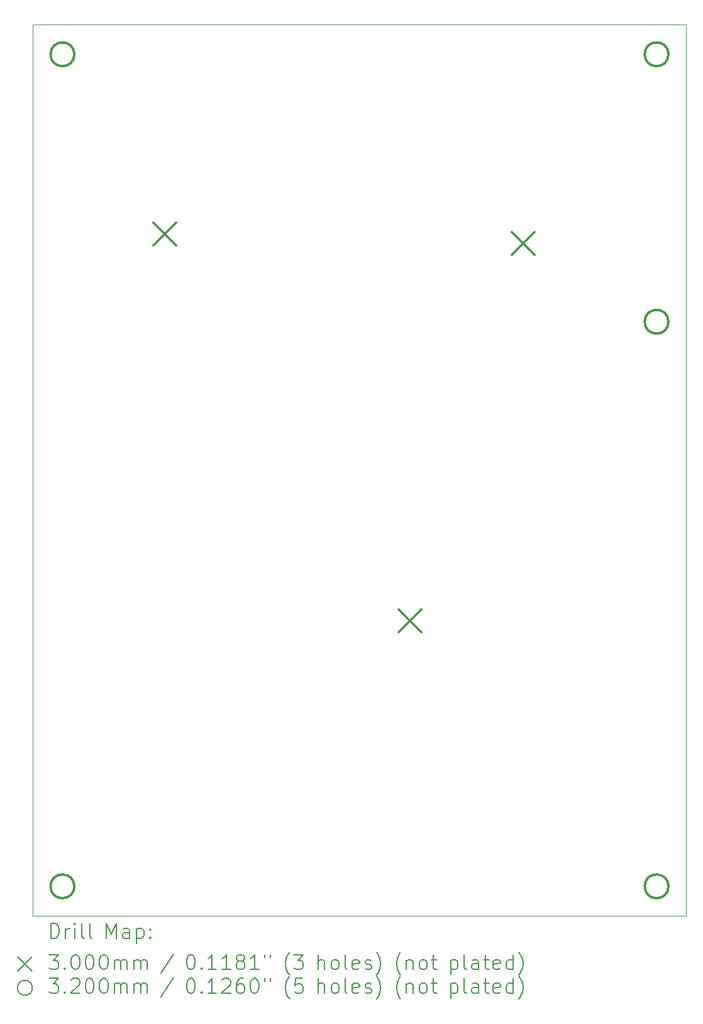
<source format=gbr>
%TF.GenerationSoftware,KiCad,Pcbnew,(7.0.0-0)*%
%TF.CreationDate,2023-07-19T10:45:20+09:00*%
%TF.ProjectId,Spct,53706374-2e6b-4696-9361-645f70636258,rev?*%
%TF.SameCoordinates,PX2540608PY1ee3f58*%
%TF.FileFunction,Drillmap*%
%TF.FilePolarity,Positive*%
%FSLAX45Y45*%
G04 Gerber Fmt 4.5, Leading zero omitted, Abs format (unit mm)*
G04 Created by KiCad (PCBNEW (7.0.0-0)) date 2023-07-19 10:45:20*
%MOMM*%
%LPD*%
G01*
G04 APERTURE LIST*
%ADD10C,0.100000*%
%ADD11C,0.200000*%
%ADD12C,0.300000*%
%ADD13C,0.320000*%
G04 APERTURE END LIST*
D10*
X0Y0D02*
X8800000Y0D01*
X8800000Y0D02*
X8800000Y-12000000D01*
X8800000Y-12000000D02*
X0Y-12000000D01*
X0Y-12000000D02*
X0Y0D01*
D11*
D12*
X1628420Y-2668800D02*
X1928420Y-2968800D01*
X1928420Y-2668800D02*
X1628420Y-2968800D01*
X4930420Y-7875800D02*
X5230420Y-8175800D01*
X5230420Y-7875800D02*
X4930420Y-8175800D01*
X6454420Y-2795800D02*
X6754420Y-3095800D01*
X6754420Y-2795800D02*
X6454420Y-3095800D01*
D13*
X560000Y-400000D02*
G75*
G03*
X560000Y-400000I-160000J0D01*
G01*
X560000Y-11600000D02*
G75*
G03*
X560000Y-11600000I-160000J0D01*
G01*
X8560000Y-400000D02*
G75*
G03*
X8560000Y-400000I-160000J0D01*
G01*
X8560000Y-4000000D02*
G75*
G03*
X8560000Y-4000000I-160000J0D01*
G01*
X8560000Y-11600000D02*
G75*
G03*
X8560000Y-11600000I-160000J0D01*
G01*
D11*
X242619Y-12298476D02*
X242619Y-12098476D01*
X242619Y-12098476D02*
X290238Y-12098476D01*
X290238Y-12098476D02*
X318810Y-12108000D01*
X318810Y-12108000D02*
X337857Y-12127048D01*
X337857Y-12127048D02*
X347381Y-12146095D01*
X347381Y-12146095D02*
X356905Y-12184190D01*
X356905Y-12184190D02*
X356905Y-12212762D01*
X356905Y-12212762D02*
X347381Y-12250857D01*
X347381Y-12250857D02*
X337857Y-12269905D01*
X337857Y-12269905D02*
X318810Y-12288952D01*
X318810Y-12288952D02*
X290238Y-12298476D01*
X290238Y-12298476D02*
X242619Y-12298476D01*
X442619Y-12298476D02*
X442619Y-12165143D01*
X442619Y-12203238D02*
X452143Y-12184190D01*
X452143Y-12184190D02*
X461667Y-12174667D01*
X461667Y-12174667D02*
X480714Y-12165143D01*
X480714Y-12165143D02*
X499762Y-12165143D01*
X566429Y-12298476D02*
X566429Y-12165143D01*
X566429Y-12098476D02*
X556905Y-12108000D01*
X556905Y-12108000D02*
X566429Y-12117524D01*
X566429Y-12117524D02*
X575952Y-12108000D01*
X575952Y-12108000D02*
X566429Y-12098476D01*
X566429Y-12098476D02*
X566429Y-12117524D01*
X690238Y-12298476D02*
X671190Y-12288952D01*
X671190Y-12288952D02*
X661667Y-12269905D01*
X661667Y-12269905D02*
X661667Y-12098476D01*
X795000Y-12298476D02*
X775952Y-12288952D01*
X775952Y-12288952D02*
X766428Y-12269905D01*
X766428Y-12269905D02*
X766428Y-12098476D01*
X991190Y-12298476D02*
X991190Y-12098476D01*
X991190Y-12098476D02*
X1057857Y-12241333D01*
X1057857Y-12241333D02*
X1124524Y-12098476D01*
X1124524Y-12098476D02*
X1124524Y-12298476D01*
X1305476Y-12298476D02*
X1305476Y-12193714D01*
X1305476Y-12193714D02*
X1295952Y-12174667D01*
X1295952Y-12174667D02*
X1276905Y-12165143D01*
X1276905Y-12165143D02*
X1238809Y-12165143D01*
X1238809Y-12165143D02*
X1219762Y-12174667D01*
X1305476Y-12288952D02*
X1286429Y-12298476D01*
X1286429Y-12298476D02*
X1238809Y-12298476D01*
X1238809Y-12298476D02*
X1219762Y-12288952D01*
X1219762Y-12288952D02*
X1210238Y-12269905D01*
X1210238Y-12269905D02*
X1210238Y-12250857D01*
X1210238Y-12250857D02*
X1219762Y-12231809D01*
X1219762Y-12231809D02*
X1238809Y-12222286D01*
X1238809Y-12222286D02*
X1286429Y-12222286D01*
X1286429Y-12222286D02*
X1305476Y-12212762D01*
X1400714Y-12165143D02*
X1400714Y-12365143D01*
X1400714Y-12174667D02*
X1419762Y-12165143D01*
X1419762Y-12165143D02*
X1457857Y-12165143D01*
X1457857Y-12165143D02*
X1476905Y-12174667D01*
X1476905Y-12174667D02*
X1486428Y-12184190D01*
X1486428Y-12184190D02*
X1495952Y-12203238D01*
X1495952Y-12203238D02*
X1495952Y-12260381D01*
X1495952Y-12260381D02*
X1486428Y-12279428D01*
X1486428Y-12279428D02*
X1476905Y-12288952D01*
X1476905Y-12288952D02*
X1457857Y-12298476D01*
X1457857Y-12298476D02*
X1419762Y-12298476D01*
X1419762Y-12298476D02*
X1400714Y-12288952D01*
X1581667Y-12279428D02*
X1591190Y-12288952D01*
X1591190Y-12288952D02*
X1581667Y-12298476D01*
X1581667Y-12298476D02*
X1572143Y-12288952D01*
X1572143Y-12288952D02*
X1581667Y-12279428D01*
X1581667Y-12279428D02*
X1581667Y-12298476D01*
X1581667Y-12174667D02*
X1591190Y-12184190D01*
X1591190Y-12184190D02*
X1581667Y-12193714D01*
X1581667Y-12193714D02*
X1572143Y-12184190D01*
X1572143Y-12184190D02*
X1581667Y-12174667D01*
X1581667Y-12174667D02*
X1581667Y-12193714D01*
X-205000Y-12545000D02*
X-5000Y-12745000D01*
X-5000Y-12545000D02*
X-205000Y-12745000D01*
X223571Y-12518476D02*
X347381Y-12518476D01*
X347381Y-12518476D02*
X280714Y-12594667D01*
X280714Y-12594667D02*
X309286Y-12594667D01*
X309286Y-12594667D02*
X328333Y-12604190D01*
X328333Y-12604190D02*
X337857Y-12613714D01*
X337857Y-12613714D02*
X347381Y-12632762D01*
X347381Y-12632762D02*
X347381Y-12680381D01*
X347381Y-12680381D02*
X337857Y-12699428D01*
X337857Y-12699428D02*
X328333Y-12708952D01*
X328333Y-12708952D02*
X309286Y-12718476D01*
X309286Y-12718476D02*
X252143Y-12718476D01*
X252143Y-12718476D02*
X233095Y-12708952D01*
X233095Y-12708952D02*
X223571Y-12699428D01*
X433095Y-12699428D02*
X442619Y-12708952D01*
X442619Y-12708952D02*
X433095Y-12718476D01*
X433095Y-12718476D02*
X423571Y-12708952D01*
X423571Y-12708952D02*
X433095Y-12699428D01*
X433095Y-12699428D02*
X433095Y-12718476D01*
X566429Y-12518476D02*
X585476Y-12518476D01*
X585476Y-12518476D02*
X604524Y-12528000D01*
X604524Y-12528000D02*
X614048Y-12537524D01*
X614048Y-12537524D02*
X623571Y-12556571D01*
X623571Y-12556571D02*
X633095Y-12594667D01*
X633095Y-12594667D02*
X633095Y-12642286D01*
X633095Y-12642286D02*
X623571Y-12680381D01*
X623571Y-12680381D02*
X614048Y-12699428D01*
X614048Y-12699428D02*
X604524Y-12708952D01*
X604524Y-12708952D02*
X585476Y-12718476D01*
X585476Y-12718476D02*
X566429Y-12718476D01*
X566429Y-12718476D02*
X547381Y-12708952D01*
X547381Y-12708952D02*
X537857Y-12699428D01*
X537857Y-12699428D02*
X528333Y-12680381D01*
X528333Y-12680381D02*
X518809Y-12642286D01*
X518809Y-12642286D02*
X518809Y-12594667D01*
X518809Y-12594667D02*
X528333Y-12556571D01*
X528333Y-12556571D02*
X537857Y-12537524D01*
X537857Y-12537524D02*
X547381Y-12528000D01*
X547381Y-12528000D02*
X566429Y-12518476D01*
X756905Y-12518476D02*
X775952Y-12518476D01*
X775952Y-12518476D02*
X795000Y-12528000D01*
X795000Y-12528000D02*
X804524Y-12537524D01*
X804524Y-12537524D02*
X814048Y-12556571D01*
X814048Y-12556571D02*
X823571Y-12594667D01*
X823571Y-12594667D02*
X823571Y-12642286D01*
X823571Y-12642286D02*
X814048Y-12680381D01*
X814048Y-12680381D02*
X804524Y-12699428D01*
X804524Y-12699428D02*
X795000Y-12708952D01*
X795000Y-12708952D02*
X775952Y-12718476D01*
X775952Y-12718476D02*
X756905Y-12718476D01*
X756905Y-12718476D02*
X737857Y-12708952D01*
X737857Y-12708952D02*
X728333Y-12699428D01*
X728333Y-12699428D02*
X718809Y-12680381D01*
X718809Y-12680381D02*
X709286Y-12642286D01*
X709286Y-12642286D02*
X709286Y-12594667D01*
X709286Y-12594667D02*
X718809Y-12556571D01*
X718809Y-12556571D02*
X728333Y-12537524D01*
X728333Y-12537524D02*
X737857Y-12528000D01*
X737857Y-12528000D02*
X756905Y-12518476D01*
X947381Y-12518476D02*
X966429Y-12518476D01*
X966429Y-12518476D02*
X985476Y-12528000D01*
X985476Y-12528000D02*
X995000Y-12537524D01*
X995000Y-12537524D02*
X1004524Y-12556571D01*
X1004524Y-12556571D02*
X1014048Y-12594667D01*
X1014048Y-12594667D02*
X1014048Y-12642286D01*
X1014048Y-12642286D02*
X1004524Y-12680381D01*
X1004524Y-12680381D02*
X995000Y-12699428D01*
X995000Y-12699428D02*
X985476Y-12708952D01*
X985476Y-12708952D02*
X966429Y-12718476D01*
X966429Y-12718476D02*
X947381Y-12718476D01*
X947381Y-12718476D02*
X928333Y-12708952D01*
X928333Y-12708952D02*
X918809Y-12699428D01*
X918809Y-12699428D02*
X909286Y-12680381D01*
X909286Y-12680381D02*
X899762Y-12642286D01*
X899762Y-12642286D02*
X899762Y-12594667D01*
X899762Y-12594667D02*
X909286Y-12556571D01*
X909286Y-12556571D02*
X918809Y-12537524D01*
X918809Y-12537524D02*
X928333Y-12528000D01*
X928333Y-12528000D02*
X947381Y-12518476D01*
X1099762Y-12718476D02*
X1099762Y-12585143D01*
X1099762Y-12604190D02*
X1109286Y-12594667D01*
X1109286Y-12594667D02*
X1128333Y-12585143D01*
X1128333Y-12585143D02*
X1156905Y-12585143D01*
X1156905Y-12585143D02*
X1175952Y-12594667D01*
X1175952Y-12594667D02*
X1185476Y-12613714D01*
X1185476Y-12613714D02*
X1185476Y-12718476D01*
X1185476Y-12613714D02*
X1195000Y-12594667D01*
X1195000Y-12594667D02*
X1214048Y-12585143D01*
X1214048Y-12585143D02*
X1242619Y-12585143D01*
X1242619Y-12585143D02*
X1261667Y-12594667D01*
X1261667Y-12594667D02*
X1271191Y-12613714D01*
X1271191Y-12613714D02*
X1271191Y-12718476D01*
X1366429Y-12718476D02*
X1366429Y-12585143D01*
X1366429Y-12604190D02*
X1375952Y-12594667D01*
X1375952Y-12594667D02*
X1395000Y-12585143D01*
X1395000Y-12585143D02*
X1423571Y-12585143D01*
X1423571Y-12585143D02*
X1442619Y-12594667D01*
X1442619Y-12594667D02*
X1452143Y-12613714D01*
X1452143Y-12613714D02*
X1452143Y-12718476D01*
X1452143Y-12613714D02*
X1461667Y-12594667D01*
X1461667Y-12594667D02*
X1480714Y-12585143D01*
X1480714Y-12585143D02*
X1509286Y-12585143D01*
X1509286Y-12585143D02*
X1528333Y-12594667D01*
X1528333Y-12594667D02*
X1537857Y-12613714D01*
X1537857Y-12613714D02*
X1537857Y-12718476D01*
X1895952Y-12508952D02*
X1724524Y-12766095D01*
X2120714Y-12518476D02*
X2139762Y-12518476D01*
X2139762Y-12518476D02*
X2158810Y-12528000D01*
X2158810Y-12528000D02*
X2168333Y-12537524D01*
X2168333Y-12537524D02*
X2177857Y-12556571D01*
X2177857Y-12556571D02*
X2187381Y-12594667D01*
X2187381Y-12594667D02*
X2187381Y-12642286D01*
X2187381Y-12642286D02*
X2177857Y-12680381D01*
X2177857Y-12680381D02*
X2168333Y-12699428D01*
X2168333Y-12699428D02*
X2158810Y-12708952D01*
X2158810Y-12708952D02*
X2139762Y-12718476D01*
X2139762Y-12718476D02*
X2120714Y-12718476D01*
X2120714Y-12718476D02*
X2101667Y-12708952D01*
X2101667Y-12708952D02*
X2092143Y-12699428D01*
X2092143Y-12699428D02*
X2082619Y-12680381D01*
X2082619Y-12680381D02*
X2073095Y-12642286D01*
X2073095Y-12642286D02*
X2073095Y-12594667D01*
X2073095Y-12594667D02*
X2082619Y-12556571D01*
X2082619Y-12556571D02*
X2092143Y-12537524D01*
X2092143Y-12537524D02*
X2101667Y-12528000D01*
X2101667Y-12528000D02*
X2120714Y-12518476D01*
X2273095Y-12699428D02*
X2282619Y-12708952D01*
X2282619Y-12708952D02*
X2273095Y-12718476D01*
X2273095Y-12718476D02*
X2263572Y-12708952D01*
X2263572Y-12708952D02*
X2273095Y-12699428D01*
X2273095Y-12699428D02*
X2273095Y-12718476D01*
X2473095Y-12718476D02*
X2358810Y-12718476D01*
X2415952Y-12718476D02*
X2415952Y-12518476D01*
X2415952Y-12518476D02*
X2396905Y-12547048D01*
X2396905Y-12547048D02*
X2377857Y-12566095D01*
X2377857Y-12566095D02*
X2358810Y-12575619D01*
X2663572Y-12718476D02*
X2549286Y-12718476D01*
X2606429Y-12718476D02*
X2606429Y-12518476D01*
X2606429Y-12518476D02*
X2587381Y-12547048D01*
X2587381Y-12547048D02*
X2568333Y-12566095D01*
X2568333Y-12566095D02*
X2549286Y-12575619D01*
X2777857Y-12604190D02*
X2758810Y-12594667D01*
X2758810Y-12594667D02*
X2749286Y-12585143D01*
X2749286Y-12585143D02*
X2739762Y-12566095D01*
X2739762Y-12566095D02*
X2739762Y-12556571D01*
X2739762Y-12556571D02*
X2749286Y-12537524D01*
X2749286Y-12537524D02*
X2758810Y-12528000D01*
X2758810Y-12528000D02*
X2777857Y-12518476D01*
X2777857Y-12518476D02*
X2815952Y-12518476D01*
X2815952Y-12518476D02*
X2835000Y-12528000D01*
X2835000Y-12528000D02*
X2844524Y-12537524D01*
X2844524Y-12537524D02*
X2854048Y-12556571D01*
X2854048Y-12556571D02*
X2854048Y-12566095D01*
X2854048Y-12566095D02*
X2844524Y-12585143D01*
X2844524Y-12585143D02*
X2835000Y-12594667D01*
X2835000Y-12594667D02*
X2815952Y-12604190D01*
X2815952Y-12604190D02*
X2777857Y-12604190D01*
X2777857Y-12604190D02*
X2758810Y-12613714D01*
X2758810Y-12613714D02*
X2749286Y-12623238D01*
X2749286Y-12623238D02*
X2739762Y-12642286D01*
X2739762Y-12642286D02*
X2739762Y-12680381D01*
X2739762Y-12680381D02*
X2749286Y-12699428D01*
X2749286Y-12699428D02*
X2758810Y-12708952D01*
X2758810Y-12708952D02*
X2777857Y-12718476D01*
X2777857Y-12718476D02*
X2815952Y-12718476D01*
X2815952Y-12718476D02*
X2835000Y-12708952D01*
X2835000Y-12708952D02*
X2844524Y-12699428D01*
X2844524Y-12699428D02*
X2854048Y-12680381D01*
X2854048Y-12680381D02*
X2854048Y-12642286D01*
X2854048Y-12642286D02*
X2844524Y-12623238D01*
X2844524Y-12623238D02*
X2835000Y-12613714D01*
X2835000Y-12613714D02*
X2815952Y-12604190D01*
X3044524Y-12718476D02*
X2930238Y-12718476D01*
X2987381Y-12718476D02*
X2987381Y-12518476D01*
X2987381Y-12518476D02*
X2968333Y-12547048D01*
X2968333Y-12547048D02*
X2949286Y-12566095D01*
X2949286Y-12566095D02*
X2930238Y-12575619D01*
X3120714Y-12518476D02*
X3120714Y-12556571D01*
X3196905Y-12518476D02*
X3196905Y-12556571D01*
X3459762Y-12794667D02*
X3450238Y-12785143D01*
X3450238Y-12785143D02*
X3431191Y-12756571D01*
X3431191Y-12756571D02*
X3421667Y-12737524D01*
X3421667Y-12737524D02*
X3412143Y-12708952D01*
X3412143Y-12708952D02*
X3402619Y-12661333D01*
X3402619Y-12661333D02*
X3402619Y-12623238D01*
X3402619Y-12623238D02*
X3412143Y-12575619D01*
X3412143Y-12575619D02*
X3421667Y-12547048D01*
X3421667Y-12547048D02*
X3431191Y-12528000D01*
X3431191Y-12528000D02*
X3450238Y-12499428D01*
X3450238Y-12499428D02*
X3459762Y-12489905D01*
X3516905Y-12518476D02*
X3640714Y-12518476D01*
X3640714Y-12518476D02*
X3574048Y-12594667D01*
X3574048Y-12594667D02*
X3602619Y-12594667D01*
X3602619Y-12594667D02*
X3621667Y-12604190D01*
X3621667Y-12604190D02*
X3631191Y-12613714D01*
X3631191Y-12613714D02*
X3640714Y-12632762D01*
X3640714Y-12632762D02*
X3640714Y-12680381D01*
X3640714Y-12680381D02*
X3631191Y-12699428D01*
X3631191Y-12699428D02*
X3621667Y-12708952D01*
X3621667Y-12708952D02*
X3602619Y-12718476D01*
X3602619Y-12718476D02*
X3545476Y-12718476D01*
X3545476Y-12718476D02*
X3526429Y-12708952D01*
X3526429Y-12708952D02*
X3516905Y-12699428D01*
X3846429Y-12718476D02*
X3846429Y-12518476D01*
X3932143Y-12718476D02*
X3932143Y-12613714D01*
X3932143Y-12613714D02*
X3922619Y-12594667D01*
X3922619Y-12594667D02*
X3903572Y-12585143D01*
X3903572Y-12585143D02*
X3875000Y-12585143D01*
X3875000Y-12585143D02*
X3855952Y-12594667D01*
X3855952Y-12594667D02*
X3846429Y-12604190D01*
X4055952Y-12718476D02*
X4036905Y-12708952D01*
X4036905Y-12708952D02*
X4027381Y-12699428D01*
X4027381Y-12699428D02*
X4017857Y-12680381D01*
X4017857Y-12680381D02*
X4017857Y-12623238D01*
X4017857Y-12623238D02*
X4027381Y-12604190D01*
X4027381Y-12604190D02*
X4036905Y-12594667D01*
X4036905Y-12594667D02*
X4055952Y-12585143D01*
X4055952Y-12585143D02*
X4084524Y-12585143D01*
X4084524Y-12585143D02*
X4103572Y-12594667D01*
X4103572Y-12594667D02*
X4113095Y-12604190D01*
X4113095Y-12604190D02*
X4122619Y-12623238D01*
X4122619Y-12623238D02*
X4122619Y-12680381D01*
X4122619Y-12680381D02*
X4113095Y-12699428D01*
X4113095Y-12699428D02*
X4103572Y-12708952D01*
X4103572Y-12708952D02*
X4084524Y-12718476D01*
X4084524Y-12718476D02*
X4055952Y-12718476D01*
X4236905Y-12718476D02*
X4217857Y-12708952D01*
X4217857Y-12708952D02*
X4208334Y-12689905D01*
X4208334Y-12689905D02*
X4208334Y-12518476D01*
X4389286Y-12708952D02*
X4370238Y-12718476D01*
X4370238Y-12718476D02*
X4332143Y-12718476D01*
X4332143Y-12718476D02*
X4313095Y-12708952D01*
X4313095Y-12708952D02*
X4303572Y-12689905D01*
X4303572Y-12689905D02*
X4303572Y-12613714D01*
X4303572Y-12613714D02*
X4313095Y-12594667D01*
X4313095Y-12594667D02*
X4332143Y-12585143D01*
X4332143Y-12585143D02*
X4370238Y-12585143D01*
X4370238Y-12585143D02*
X4389286Y-12594667D01*
X4389286Y-12594667D02*
X4398810Y-12613714D01*
X4398810Y-12613714D02*
X4398810Y-12632762D01*
X4398810Y-12632762D02*
X4303572Y-12651809D01*
X4475000Y-12708952D02*
X4494048Y-12718476D01*
X4494048Y-12718476D02*
X4532143Y-12718476D01*
X4532143Y-12718476D02*
X4551191Y-12708952D01*
X4551191Y-12708952D02*
X4560715Y-12689905D01*
X4560715Y-12689905D02*
X4560715Y-12680381D01*
X4560715Y-12680381D02*
X4551191Y-12661333D01*
X4551191Y-12661333D02*
X4532143Y-12651809D01*
X4532143Y-12651809D02*
X4503572Y-12651809D01*
X4503572Y-12651809D02*
X4484524Y-12642286D01*
X4484524Y-12642286D02*
X4475000Y-12623238D01*
X4475000Y-12623238D02*
X4475000Y-12613714D01*
X4475000Y-12613714D02*
X4484524Y-12594667D01*
X4484524Y-12594667D02*
X4503572Y-12585143D01*
X4503572Y-12585143D02*
X4532143Y-12585143D01*
X4532143Y-12585143D02*
X4551191Y-12594667D01*
X4627381Y-12794667D02*
X4636905Y-12785143D01*
X4636905Y-12785143D02*
X4655953Y-12756571D01*
X4655953Y-12756571D02*
X4665476Y-12737524D01*
X4665476Y-12737524D02*
X4675000Y-12708952D01*
X4675000Y-12708952D02*
X4684524Y-12661333D01*
X4684524Y-12661333D02*
X4684524Y-12623238D01*
X4684524Y-12623238D02*
X4675000Y-12575619D01*
X4675000Y-12575619D02*
X4665476Y-12547048D01*
X4665476Y-12547048D02*
X4655953Y-12528000D01*
X4655953Y-12528000D02*
X4636905Y-12499428D01*
X4636905Y-12499428D02*
X4627381Y-12489905D01*
X4956905Y-12794667D02*
X4947381Y-12785143D01*
X4947381Y-12785143D02*
X4928334Y-12756571D01*
X4928334Y-12756571D02*
X4918810Y-12737524D01*
X4918810Y-12737524D02*
X4909286Y-12708952D01*
X4909286Y-12708952D02*
X4899762Y-12661333D01*
X4899762Y-12661333D02*
X4899762Y-12623238D01*
X4899762Y-12623238D02*
X4909286Y-12575619D01*
X4909286Y-12575619D02*
X4918810Y-12547048D01*
X4918810Y-12547048D02*
X4928334Y-12528000D01*
X4928334Y-12528000D02*
X4947381Y-12499428D01*
X4947381Y-12499428D02*
X4956905Y-12489905D01*
X5033095Y-12585143D02*
X5033095Y-12718476D01*
X5033095Y-12604190D02*
X5042619Y-12594667D01*
X5042619Y-12594667D02*
X5061667Y-12585143D01*
X5061667Y-12585143D02*
X5090238Y-12585143D01*
X5090238Y-12585143D02*
X5109286Y-12594667D01*
X5109286Y-12594667D02*
X5118810Y-12613714D01*
X5118810Y-12613714D02*
X5118810Y-12718476D01*
X5242619Y-12718476D02*
X5223572Y-12708952D01*
X5223572Y-12708952D02*
X5214048Y-12699428D01*
X5214048Y-12699428D02*
X5204524Y-12680381D01*
X5204524Y-12680381D02*
X5204524Y-12623238D01*
X5204524Y-12623238D02*
X5214048Y-12604190D01*
X5214048Y-12604190D02*
X5223572Y-12594667D01*
X5223572Y-12594667D02*
X5242619Y-12585143D01*
X5242619Y-12585143D02*
X5271191Y-12585143D01*
X5271191Y-12585143D02*
X5290238Y-12594667D01*
X5290238Y-12594667D02*
X5299762Y-12604190D01*
X5299762Y-12604190D02*
X5309286Y-12623238D01*
X5309286Y-12623238D02*
X5309286Y-12680381D01*
X5309286Y-12680381D02*
X5299762Y-12699428D01*
X5299762Y-12699428D02*
X5290238Y-12708952D01*
X5290238Y-12708952D02*
X5271191Y-12718476D01*
X5271191Y-12718476D02*
X5242619Y-12718476D01*
X5366429Y-12585143D02*
X5442619Y-12585143D01*
X5395000Y-12518476D02*
X5395000Y-12689905D01*
X5395000Y-12689905D02*
X5404524Y-12708952D01*
X5404524Y-12708952D02*
X5423572Y-12718476D01*
X5423572Y-12718476D02*
X5442619Y-12718476D01*
X5629286Y-12585143D02*
X5629286Y-12785143D01*
X5629286Y-12594667D02*
X5648333Y-12585143D01*
X5648333Y-12585143D02*
X5686429Y-12585143D01*
X5686429Y-12585143D02*
X5705476Y-12594667D01*
X5705476Y-12594667D02*
X5715000Y-12604190D01*
X5715000Y-12604190D02*
X5724524Y-12623238D01*
X5724524Y-12623238D02*
X5724524Y-12680381D01*
X5724524Y-12680381D02*
X5715000Y-12699428D01*
X5715000Y-12699428D02*
X5705476Y-12708952D01*
X5705476Y-12708952D02*
X5686429Y-12718476D01*
X5686429Y-12718476D02*
X5648333Y-12718476D01*
X5648333Y-12718476D02*
X5629286Y-12708952D01*
X5838810Y-12718476D02*
X5819762Y-12708952D01*
X5819762Y-12708952D02*
X5810238Y-12689905D01*
X5810238Y-12689905D02*
X5810238Y-12518476D01*
X6000714Y-12718476D02*
X6000714Y-12613714D01*
X6000714Y-12613714D02*
X5991191Y-12594667D01*
X5991191Y-12594667D02*
X5972143Y-12585143D01*
X5972143Y-12585143D02*
X5934048Y-12585143D01*
X5934048Y-12585143D02*
X5915000Y-12594667D01*
X6000714Y-12708952D02*
X5981667Y-12718476D01*
X5981667Y-12718476D02*
X5934048Y-12718476D01*
X5934048Y-12718476D02*
X5915000Y-12708952D01*
X5915000Y-12708952D02*
X5905476Y-12689905D01*
X5905476Y-12689905D02*
X5905476Y-12670857D01*
X5905476Y-12670857D02*
X5915000Y-12651809D01*
X5915000Y-12651809D02*
X5934048Y-12642286D01*
X5934048Y-12642286D02*
X5981667Y-12642286D01*
X5981667Y-12642286D02*
X6000714Y-12632762D01*
X6067381Y-12585143D02*
X6143572Y-12585143D01*
X6095953Y-12518476D02*
X6095953Y-12689905D01*
X6095953Y-12689905D02*
X6105476Y-12708952D01*
X6105476Y-12708952D02*
X6124524Y-12718476D01*
X6124524Y-12718476D02*
X6143572Y-12718476D01*
X6286429Y-12708952D02*
X6267381Y-12718476D01*
X6267381Y-12718476D02*
X6229286Y-12718476D01*
X6229286Y-12718476D02*
X6210238Y-12708952D01*
X6210238Y-12708952D02*
X6200714Y-12689905D01*
X6200714Y-12689905D02*
X6200714Y-12613714D01*
X6200714Y-12613714D02*
X6210238Y-12594667D01*
X6210238Y-12594667D02*
X6229286Y-12585143D01*
X6229286Y-12585143D02*
X6267381Y-12585143D01*
X6267381Y-12585143D02*
X6286429Y-12594667D01*
X6286429Y-12594667D02*
X6295953Y-12613714D01*
X6295953Y-12613714D02*
X6295953Y-12632762D01*
X6295953Y-12632762D02*
X6200714Y-12651809D01*
X6467381Y-12718476D02*
X6467381Y-12518476D01*
X6467381Y-12708952D02*
X6448334Y-12718476D01*
X6448334Y-12718476D02*
X6410238Y-12718476D01*
X6410238Y-12718476D02*
X6391191Y-12708952D01*
X6391191Y-12708952D02*
X6381667Y-12699428D01*
X6381667Y-12699428D02*
X6372143Y-12680381D01*
X6372143Y-12680381D02*
X6372143Y-12623238D01*
X6372143Y-12623238D02*
X6381667Y-12604190D01*
X6381667Y-12604190D02*
X6391191Y-12594667D01*
X6391191Y-12594667D02*
X6410238Y-12585143D01*
X6410238Y-12585143D02*
X6448334Y-12585143D01*
X6448334Y-12585143D02*
X6467381Y-12594667D01*
X6543572Y-12794667D02*
X6553095Y-12785143D01*
X6553095Y-12785143D02*
X6572143Y-12756571D01*
X6572143Y-12756571D02*
X6581667Y-12737524D01*
X6581667Y-12737524D02*
X6591191Y-12708952D01*
X6591191Y-12708952D02*
X6600714Y-12661333D01*
X6600714Y-12661333D02*
X6600714Y-12623238D01*
X6600714Y-12623238D02*
X6591191Y-12575619D01*
X6591191Y-12575619D02*
X6581667Y-12547048D01*
X6581667Y-12547048D02*
X6572143Y-12528000D01*
X6572143Y-12528000D02*
X6553095Y-12499428D01*
X6553095Y-12499428D02*
X6543572Y-12489905D01*
X-5000Y-12965000D02*
G75*
G03*
X-5000Y-12965000I-100000J0D01*
G01*
X223571Y-12838476D02*
X347381Y-12838476D01*
X347381Y-12838476D02*
X280714Y-12914667D01*
X280714Y-12914667D02*
X309286Y-12914667D01*
X309286Y-12914667D02*
X328333Y-12924190D01*
X328333Y-12924190D02*
X337857Y-12933714D01*
X337857Y-12933714D02*
X347381Y-12952762D01*
X347381Y-12952762D02*
X347381Y-13000381D01*
X347381Y-13000381D02*
X337857Y-13019428D01*
X337857Y-13019428D02*
X328333Y-13028952D01*
X328333Y-13028952D02*
X309286Y-13038476D01*
X309286Y-13038476D02*
X252143Y-13038476D01*
X252143Y-13038476D02*
X233095Y-13028952D01*
X233095Y-13028952D02*
X223571Y-13019428D01*
X433095Y-13019428D02*
X442619Y-13028952D01*
X442619Y-13028952D02*
X433095Y-13038476D01*
X433095Y-13038476D02*
X423571Y-13028952D01*
X423571Y-13028952D02*
X433095Y-13019428D01*
X433095Y-13019428D02*
X433095Y-13038476D01*
X518809Y-12857524D02*
X528333Y-12848000D01*
X528333Y-12848000D02*
X547381Y-12838476D01*
X547381Y-12838476D02*
X595000Y-12838476D01*
X595000Y-12838476D02*
X614048Y-12848000D01*
X614048Y-12848000D02*
X623571Y-12857524D01*
X623571Y-12857524D02*
X633095Y-12876571D01*
X633095Y-12876571D02*
X633095Y-12895619D01*
X633095Y-12895619D02*
X623571Y-12924190D01*
X623571Y-12924190D02*
X509286Y-13038476D01*
X509286Y-13038476D02*
X633095Y-13038476D01*
X756905Y-12838476D02*
X775952Y-12838476D01*
X775952Y-12838476D02*
X795000Y-12848000D01*
X795000Y-12848000D02*
X804524Y-12857524D01*
X804524Y-12857524D02*
X814048Y-12876571D01*
X814048Y-12876571D02*
X823571Y-12914667D01*
X823571Y-12914667D02*
X823571Y-12962286D01*
X823571Y-12962286D02*
X814048Y-13000381D01*
X814048Y-13000381D02*
X804524Y-13019428D01*
X804524Y-13019428D02*
X795000Y-13028952D01*
X795000Y-13028952D02*
X775952Y-13038476D01*
X775952Y-13038476D02*
X756905Y-13038476D01*
X756905Y-13038476D02*
X737857Y-13028952D01*
X737857Y-13028952D02*
X728333Y-13019428D01*
X728333Y-13019428D02*
X718809Y-13000381D01*
X718809Y-13000381D02*
X709286Y-12962286D01*
X709286Y-12962286D02*
X709286Y-12914667D01*
X709286Y-12914667D02*
X718809Y-12876571D01*
X718809Y-12876571D02*
X728333Y-12857524D01*
X728333Y-12857524D02*
X737857Y-12848000D01*
X737857Y-12848000D02*
X756905Y-12838476D01*
X947381Y-12838476D02*
X966429Y-12838476D01*
X966429Y-12838476D02*
X985476Y-12848000D01*
X985476Y-12848000D02*
X995000Y-12857524D01*
X995000Y-12857524D02*
X1004524Y-12876571D01*
X1004524Y-12876571D02*
X1014048Y-12914667D01*
X1014048Y-12914667D02*
X1014048Y-12962286D01*
X1014048Y-12962286D02*
X1004524Y-13000381D01*
X1004524Y-13000381D02*
X995000Y-13019428D01*
X995000Y-13019428D02*
X985476Y-13028952D01*
X985476Y-13028952D02*
X966429Y-13038476D01*
X966429Y-13038476D02*
X947381Y-13038476D01*
X947381Y-13038476D02*
X928333Y-13028952D01*
X928333Y-13028952D02*
X918809Y-13019428D01*
X918809Y-13019428D02*
X909286Y-13000381D01*
X909286Y-13000381D02*
X899762Y-12962286D01*
X899762Y-12962286D02*
X899762Y-12914667D01*
X899762Y-12914667D02*
X909286Y-12876571D01*
X909286Y-12876571D02*
X918809Y-12857524D01*
X918809Y-12857524D02*
X928333Y-12848000D01*
X928333Y-12848000D02*
X947381Y-12838476D01*
X1099762Y-13038476D02*
X1099762Y-12905143D01*
X1099762Y-12924190D02*
X1109286Y-12914667D01*
X1109286Y-12914667D02*
X1128333Y-12905143D01*
X1128333Y-12905143D02*
X1156905Y-12905143D01*
X1156905Y-12905143D02*
X1175952Y-12914667D01*
X1175952Y-12914667D02*
X1185476Y-12933714D01*
X1185476Y-12933714D02*
X1185476Y-13038476D01*
X1185476Y-12933714D02*
X1195000Y-12914667D01*
X1195000Y-12914667D02*
X1214048Y-12905143D01*
X1214048Y-12905143D02*
X1242619Y-12905143D01*
X1242619Y-12905143D02*
X1261667Y-12914667D01*
X1261667Y-12914667D02*
X1271191Y-12933714D01*
X1271191Y-12933714D02*
X1271191Y-13038476D01*
X1366429Y-13038476D02*
X1366429Y-12905143D01*
X1366429Y-12924190D02*
X1375952Y-12914667D01*
X1375952Y-12914667D02*
X1395000Y-12905143D01*
X1395000Y-12905143D02*
X1423571Y-12905143D01*
X1423571Y-12905143D02*
X1442619Y-12914667D01*
X1442619Y-12914667D02*
X1452143Y-12933714D01*
X1452143Y-12933714D02*
X1452143Y-13038476D01*
X1452143Y-12933714D02*
X1461667Y-12914667D01*
X1461667Y-12914667D02*
X1480714Y-12905143D01*
X1480714Y-12905143D02*
X1509286Y-12905143D01*
X1509286Y-12905143D02*
X1528333Y-12914667D01*
X1528333Y-12914667D02*
X1537857Y-12933714D01*
X1537857Y-12933714D02*
X1537857Y-13038476D01*
X1895952Y-12828952D02*
X1724524Y-13086095D01*
X2120714Y-12838476D02*
X2139762Y-12838476D01*
X2139762Y-12838476D02*
X2158810Y-12848000D01*
X2158810Y-12848000D02*
X2168333Y-12857524D01*
X2168333Y-12857524D02*
X2177857Y-12876571D01*
X2177857Y-12876571D02*
X2187381Y-12914667D01*
X2187381Y-12914667D02*
X2187381Y-12962286D01*
X2187381Y-12962286D02*
X2177857Y-13000381D01*
X2177857Y-13000381D02*
X2168333Y-13019428D01*
X2168333Y-13019428D02*
X2158810Y-13028952D01*
X2158810Y-13028952D02*
X2139762Y-13038476D01*
X2139762Y-13038476D02*
X2120714Y-13038476D01*
X2120714Y-13038476D02*
X2101667Y-13028952D01*
X2101667Y-13028952D02*
X2092143Y-13019428D01*
X2092143Y-13019428D02*
X2082619Y-13000381D01*
X2082619Y-13000381D02*
X2073095Y-12962286D01*
X2073095Y-12962286D02*
X2073095Y-12914667D01*
X2073095Y-12914667D02*
X2082619Y-12876571D01*
X2082619Y-12876571D02*
X2092143Y-12857524D01*
X2092143Y-12857524D02*
X2101667Y-12848000D01*
X2101667Y-12848000D02*
X2120714Y-12838476D01*
X2273095Y-13019428D02*
X2282619Y-13028952D01*
X2282619Y-13028952D02*
X2273095Y-13038476D01*
X2273095Y-13038476D02*
X2263572Y-13028952D01*
X2263572Y-13028952D02*
X2273095Y-13019428D01*
X2273095Y-13019428D02*
X2273095Y-13038476D01*
X2473095Y-13038476D02*
X2358810Y-13038476D01*
X2415952Y-13038476D02*
X2415952Y-12838476D01*
X2415952Y-12838476D02*
X2396905Y-12867048D01*
X2396905Y-12867048D02*
X2377857Y-12886095D01*
X2377857Y-12886095D02*
X2358810Y-12895619D01*
X2549286Y-12857524D02*
X2558810Y-12848000D01*
X2558810Y-12848000D02*
X2577857Y-12838476D01*
X2577857Y-12838476D02*
X2625476Y-12838476D01*
X2625476Y-12838476D02*
X2644524Y-12848000D01*
X2644524Y-12848000D02*
X2654048Y-12857524D01*
X2654048Y-12857524D02*
X2663572Y-12876571D01*
X2663572Y-12876571D02*
X2663572Y-12895619D01*
X2663572Y-12895619D02*
X2654048Y-12924190D01*
X2654048Y-12924190D02*
X2539762Y-13038476D01*
X2539762Y-13038476D02*
X2663572Y-13038476D01*
X2835000Y-12838476D02*
X2796905Y-12838476D01*
X2796905Y-12838476D02*
X2777857Y-12848000D01*
X2777857Y-12848000D02*
X2768333Y-12857524D01*
X2768333Y-12857524D02*
X2749286Y-12886095D01*
X2749286Y-12886095D02*
X2739762Y-12924190D01*
X2739762Y-12924190D02*
X2739762Y-13000381D01*
X2739762Y-13000381D02*
X2749286Y-13019428D01*
X2749286Y-13019428D02*
X2758810Y-13028952D01*
X2758810Y-13028952D02*
X2777857Y-13038476D01*
X2777857Y-13038476D02*
X2815952Y-13038476D01*
X2815952Y-13038476D02*
X2835000Y-13028952D01*
X2835000Y-13028952D02*
X2844524Y-13019428D01*
X2844524Y-13019428D02*
X2854048Y-13000381D01*
X2854048Y-13000381D02*
X2854048Y-12952762D01*
X2854048Y-12952762D02*
X2844524Y-12933714D01*
X2844524Y-12933714D02*
X2835000Y-12924190D01*
X2835000Y-12924190D02*
X2815952Y-12914667D01*
X2815952Y-12914667D02*
X2777857Y-12914667D01*
X2777857Y-12914667D02*
X2758810Y-12924190D01*
X2758810Y-12924190D02*
X2749286Y-12933714D01*
X2749286Y-12933714D02*
X2739762Y-12952762D01*
X2977857Y-12838476D02*
X2996905Y-12838476D01*
X2996905Y-12838476D02*
X3015952Y-12848000D01*
X3015952Y-12848000D02*
X3025476Y-12857524D01*
X3025476Y-12857524D02*
X3035000Y-12876571D01*
X3035000Y-12876571D02*
X3044524Y-12914667D01*
X3044524Y-12914667D02*
X3044524Y-12962286D01*
X3044524Y-12962286D02*
X3035000Y-13000381D01*
X3035000Y-13000381D02*
X3025476Y-13019428D01*
X3025476Y-13019428D02*
X3015952Y-13028952D01*
X3015952Y-13028952D02*
X2996905Y-13038476D01*
X2996905Y-13038476D02*
X2977857Y-13038476D01*
X2977857Y-13038476D02*
X2958810Y-13028952D01*
X2958810Y-13028952D02*
X2949286Y-13019428D01*
X2949286Y-13019428D02*
X2939762Y-13000381D01*
X2939762Y-13000381D02*
X2930238Y-12962286D01*
X2930238Y-12962286D02*
X2930238Y-12914667D01*
X2930238Y-12914667D02*
X2939762Y-12876571D01*
X2939762Y-12876571D02*
X2949286Y-12857524D01*
X2949286Y-12857524D02*
X2958810Y-12848000D01*
X2958810Y-12848000D02*
X2977857Y-12838476D01*
X3120714Y-12838476D02*
X3120714Y-12876571D01*
X3196905Y-12838476D02*
X3196905Y-12876571D01*
X3459762Y-13114667D02*
X3450238Y-13105143D01*
X3450238Y-13105143D02*
X3431191Y-13076571D01*
X3431191Y-13076571D02*
X3421667Y-13057524D01*
X3421667Y-13057524D02*
X3412143Y-13028952D01*
X3412143Y-13028952D02*
X3402619Y-12981333D01*
X3402619Y-12981333D02*
X3402619Y-12943238D01*
X3402619Y-12943238D02*
X3412143Y-12895619D01*
X3412143Y-12895619D02*
X3421667Y-12867048D01*
X3421667Y-12867048D02*
X3431191Y-12848000D01*
X3431191Y-12848000D02*
X3450238Y-12819428D01*
X3450238Y-12819428D02*
X3459762Y-12809905D01*
X3631191Y-12838476D02*
X3535952Y-12838476D01*
X3535952Y-12838476D02*
X3526429Y-12933714D01*
X3526429Y-12933714D02*
X3535952Y-12924190D01*
X3535952Y-12924190D02*
X3555000Y-12914667D01*
X3555000Y-12914667D02*
X3602619Y-12914667D01*
X3602619Y-12914667D02*
X3621667Y-12924190D01*
X3621667Y-12924190D02*
X3631191Y-12933714D01*
X3631191Y-12933714D02*
X3640714Y-12952762D01*
X3640714Y-12952762D02*
X3640714Y-13000381D01*
X3640714Y-13000381D02*
X3631191Y-13019428D01*
X3631191Y-13019428D02*
X3621667Y-13028952D01*
X3621667Y-13028952D02*
X3602619Y-13038476D01*
X3602619Y-13038476D02*
X3555000Y-13038476D01*
X3555000Y-13038476D02*
X3535952Y-13028952D01*
X3535952Y-13028952D02*
X3526429Y-13019428D01*
X3846429Y-13038476D02*
X3846429Y-12838476D01*
X3932143Y-13038476D02*
X3932143Y-12933714D01*
X3932143Y-12933714D02*
X3922619Y-12914667D01*
X3922619Y-12914667D02*
X3903572Y-12905143D01*
X3903572Y-12905143D02*
X3875000Y-12905143D01*
X3875000Y-12905143D02*
X3855952Y-12914667D01*
X3855952Y-12914667D02*
X3846429Y-12924190D01*
X4055952Y-13038476D02*
X4036905Y-13028952D01*
X4036905Y-13028952D02*
X4027381Y-13019428D01*
X4027381Y-13019428D02*
X4017857Y-13000381D01*
X4017857Y-13000381D02*
X4017857Y-12943238D01*
X4017857Y-12943238D02*
X4027381Y-12924190D01*
X4027381Y-12924190D02*
X4036905Y-12914667D01*
X4036905Y-12914667D02*
X4055952Y-12905143D01*
X4055952Y-12905143D02*
X4084524Y-12905143D01*
X4084524Y-12905143D02*
X4103572Y-12914667D01*
X4103572Y-12914667D02*
X4113095Y-12924190D01*
X4113095Y-12924190D02*
X4122619Y-12943238D01*
X4122619Y-12943238D02*
X4122619Y-13000381D01*
X4122619Y-13000381D02*
X4113095Y-13019428D01*
X4113095Y-13019428D02*
X4103572Y-13028952D01*
X4103572Y-13028952D02*
X4084524Y-13038476D01*
X4084524Y-13038476D02*
X4055952Y-13038476D01*
X4236905Y-13038476D02*
X4217857Y-13028952D01*
X4217857Y-13028952D02*
X4208334Y-13009905D01*
X4208334Y-13009905D02*
X4208334Y-12838476D01*
X4389286Y-13028952D02*
X4370238Y-13038476D01*
X4370238Y-13038476D02*
X4332143Y-13038476D01*
X4332143Y-13038476D02*
X4313095Y-13028952D01*
X4313095Y-13028952D02*
X4303572Y-13009905D01*
X4303572Y-13009905D02*
X4303572Y-12933714D01*
X4303572Y-12933714D02*
X4313095Y-12914667D01*
X4313095Y-12914667D02*
X4332143Y-12905143D01*
X4332143Y-12905143D02*
X4370238Y-12905143D01*
X4370238Y-12905143D02*
X4389286Y-12914667D01*
X4389286Y-12914667D02*
X4398810Y-12933714D01*
X4398810Y-12933714D02*
X4398810Y-12952762D01*
X4398810Y-12952762D02*
X4303572Y-12971809D01*
X4475000Y-13028952D02*
X4494048Y-13038476D01*
X4494048Y-13038476D02*
X4532143Y-13038476D01*
X4532143Y-13038476D02*
X4551191Y-13028952D01*
X4551191Y-13028952D02*
X4560715Y-13009905D01*
X4560715Y-13009905D02*
X4560715Y-13000381D01*
X4560715Y-13000381D02*
X4551191Y-12981333D01*
X4551191Y-12981333D02*
X4532143Y-12971809D01*
X4532143Y-12971809D02*
X4503572Y-12971809D01*
X4503572Y-12971809D02*
X4484524Y-12962286D01*
X4484524Y-12962286D02*
X4475000Y-12943238D01*
X4475000Y-12943238D02*
X4475000Y-12933714D01*
X4475000Y-12933714D02*
X4484524Y-12914667D01*
X4484524Y-12914667D02*
X4503572Y-12905143D01*
X4503572Y-12905143D02*
X4532143Y-12905143D01*
X4532143Y-12905143D02*
X4551191Y-12914667D01*
X4627381Y-13114667D02*
X4636905Y-13105143D01*
X4636905Y-13105143D02*
X4655953Y-13076571D01*
X4655953Y-13076571D02*
X4665476Y-13057524D01*
X4665476Y-13057524D02*
X4675000Y-13028952D01*
X4675000Y-13028952D02*
X4684524Y-12981333D01*
X4684524Y-12981333D02*
X4684524Y-12943238D01*
X4684524Y-12943238D02*
X4675000Y-12895619D01*
X4675000Y-12895619D02*
X4665476Y-12867048D01*
X4665476Y-12867048D02*
X4655953Y-12848000D01*
X4655953Y-12848000D02*
X4636905Y-12819428D01*
X4636905Y-12819428D02*
X4627381Y-12809905D01*
X4956905Y-13114667D02*
X4947381Y-13105143D01*
X4947381Y-13105143D02*
X4928334Y-13076571D01*
X4928334Y-13076571D02*
X4918810Y-13057524D01*
X4918810Y-13057524D02*
X4909286Y-13028952D01*
X4909286Y-13028952D02*
X4899762Y-12981333D01*
X4899762Y-12981333D02*
X4899762Y-12943238D01*
X4899762Y-12943238D02*
X4909286Y-12895619D01*
X4909286Y-12895619D02*
X4918810Y-12867048D01*
X4918810Y-12867048D02*
X4928334Y-12848000D01*
X4928334Y-12848000D02*
X4947381Y-12819428D01*
X4947381Y-12819428D02*
X4956905Y-12809905D01*
X5033095Y-12905143D02*
X5033095Y-13038476D01*
X5033095Y-12924190D02*
X5042619Y-12914667D01*
X5042619Y-12914667D02*
X5061667Y-12905143D01*
X5061667Y-12905143D02*
X5090238Y-12905143D01*
X5090238Y-12905143D02*
X5109286Y-12914667D01*
X5109286Y-12914667D02*
X5118810Y-12933714D01*
X5118810Y-12933714D02*
X5118810Y-13038476D01*
X5242619Y-13038476D02*
X5223572Y-13028952D01*
X5223572Y-13028952D02*
X5214048Y-13019428D01*
X5214048Y-13019428D02*
X5204524Y-13000381D01*
X5204524Y-13000381D02*
X5204524Y-12943238D01*
X5204524Y-12943238D02*
X5214048Y-12924190D01*
X5214048Y-12924190D02*
X5223572Y-12914667D01*
X5223572Y-12914667D02*
X5242619Y-12905143D01*
X5242619Y-12905143D02*
X5271191Y-12905143D01*
X5271191Y-12905143D02*
X5290238Y-12914667D01*
X5290238Y-12914667D02*
X5299762Y-12924190D01*
X5299762Y-12924190D02*
X5309286Y-12943238D01*
X5309286Y-12943238D02*
X5309286Y-13000381D01*
X5309286Y-13000381D02*
X5299762Y-13019428D01*
X5299762Y-13019428D02*
X5290238Y-13028952D01*
X5290238Y-13028952D02*
X5271191Y-13038476D01*
X5271191Y-13038476D02*
X5242619Y-13038476D01*
X5366429Y-12905143D02*
X5442619Y-12905143D01*
X5395000Y-12838476D02*
X5395000Y-13009905D01*
X5395000Y-13009905D02*
X5404524Y-13028952D01*
X5404524Y-13028952D02*
X5423572Y-13038476D01*
X5423572Y-13038476D02*
X5442619Y-13038476D01*
X5629286Y-12905143D02*
X5629286Y-13105143D01*
X5629286Y-12914667D02*
X5648333Y-12905143D01*
X5648333Y-12905143D02*
X5686429Y-12905143D01*
X5686429Y-12905143D02*
X5705476Y-12914667D01*
X5705476Y-12914667D02*
X5715000Y-12924190D01*
X5715000Y-12924190D02*
X5724524Y-12943238D01*
X5724524Y-12943238D02*
X5724524Y-13000381D01*
X5724524Y-13000381D02*
X5715000Y-13019428D01*
X5715000Y-13019428D02*
X5705476Y-13028952D01*
X5705476Y-13028952D02*
X5686429Y-13038476D01*
X5686429Y-13038476D02*
X5648333Y-13038476D01*
X5648333Y-13038476D02*
X5629286Y-13028952D01*
X5838810Y-13038476D02*
X5819762Y-13028952D01*
X5819762Y-13028952D02*
X5810238Y-13009905D01*
X5810238Y-13009905D02*
X5810238Y-12838476D01*
X6000714Y-13038476D02*
X6000714Y-12933714D01*
X6000714Y-12933714D02*
X5991191Y-12914667D01*
X5991191Y-12914667D02*
X5972143Y-12905143D01*
X5972143Y-12905143D02*
X5934048Y-12905143D01*
X5934048Y-12905143D02*
X5915000Y-12914667D01*
X6000714Y-13028952D02*
X5981667Y-13038476D01*
X5981667Y-13038476D02*
X5934048Y-13038476D01*
X5934048Y-13038476D02*
X5915000Y-13028952D01*
X5915000Y-13028952D02*
X5905476Y-13009905D01*
X5905476Y-13009905D02*
X5905476Y-12990857D01*
X5905476Y-12990857D02*
X5915000Y-12971809D01*
X5915000Y-12971809D02*
X5934048Y-12962286D01*
X5934048Y-12962286D02*
X5981667Y-12962286D01*
X5981667Y-12962286D02*
X6000714Y-12952762D01*
X6067381Y-12905143D02*
X6143572Y-12905143D01*
X6095953Y-12838476D02*
X6095953Y-13009905D01*
X6095953Y-13009905D02*
X6105476Y-13028952D01*
X6105476Y-13028952D02*
X6124524Y-13038476D01*
X6124524Y-13038476D02*
X6143572Y-13038476D01*
X6286429Y-13028952D02*
X6267381Y-13038476D01*
X6267381Y-13038476D02*
X6229286Y-13038476D01*
X6229286Y-13038476D02*
X6210238Y-13028952D01*
X6210238Y-13028952D02*
X6200714Y-13009905D01*
X6200714Y-13009905D02*
X6200714Y-12933714D01*
X6200714Y-12933714D02*
X6210238Y-12914667D01*
X6210238Y-12914667D02*
X6229286Y-12905143D01*
X6229286Y-12905143D02*
X6267381Y-12905143D01*
X6267381Y-12905143D02*
X6286429Y-12914667D01*
X6286429Y-12914667D02*
X6295953Y-12933714D01*
X6295953Y-12933714D02*
X6295953Y-12952762D01*
X6295953Y-12952762D02*
X6200714Y-12971809D01*
X6467381Y-13038476D02*
X6467381Y-12838476D01*
X6467381Y-13028952D02*
X6448334Y-13038476D01*
X6448334Y-13038476D02*
X6410238Y-13038476D01*
X6410238Y-13038476D02*
X6391191Y-13028952D01*
X6391191Y-13028952D02*
X6381667Y-13019428D01*
X6381667Y-13019428D02*
X6372143Y-13000381D01*
X6372143Y-13000381D02*
X6372143Y-12943238D01*
X6372143Y-12943238D02*
X6381667Y-12924190D01*
X6381667Y-12924190D02*
X6391191Y-12914667D01*
X6391191Y-12914667D02*
X6410238Y-12905143D01*
X6410238Y-12905143D02*
X6448334Y-12905143D01*
X6448334Y-12905143D02*
X6467381Y-12914667D01*
X6543572Y-13114667D02*
X6553095Y-13105143D01*
X6553095Y-13105143D02*
X6572143Y-13076571D01*
X6572143Y-13076571D02*
X6581667Y-13057524D01*
X6581667Y-13057524D02*
X6591191Y-13028952D01*
X6591191Y-13028952D02*
X6600714Y-12981333D01*
X6600714Y-12981333D02*
X6600714Y-12943238D01*
X6600714Y-12943238D02*
X6591191Y-12895619D01*
X6591191Y-12895619D02*
X6581667Y-12867048D01*
X6581667Y-12867048D02*
X6572143Y-12848000D01*
X6572143Y-12848000D02*
X6553095Y-12819428D01*
X6553095Y-12819428D02*
X6543572Y-12809905D01*
M02*

</source>
